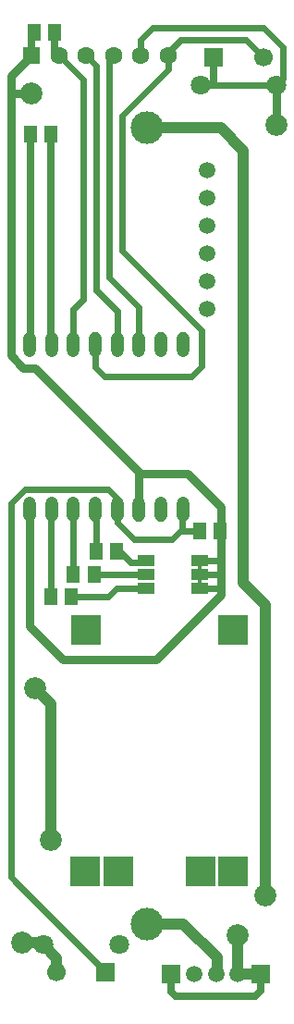
<source format=gbr>
G04 DipTrace 3.1.0.1*
G04 Bottom.gbr*
%MOIN*%
G04 #@! TF.FileFunction,Copper,L2,Bot*
G04 #@! TF.Part,Single*
%AMOUTLINE0*
4,1,20,
0.022461,0.044902,
0.021113,0.052585,
0.017218,0.059344,
0.011247,0.064364,
0.00392,0.067037,
-0.003881,0.067045,
-0.011214,0.064382,
-0.017193,0.059374,
-0.0211,0.052622,
-0.022461,0.044941,
-0.022461,0.00002,
-0.021113,-0.007664,
-0.017218,-0.014423,
-0.011247,-0.019442,
-0.00392,-0.022115,
0.003881,-0.022123,
0.011214,-0.019461,
0.017193,-0.014453,
0.0211,-0.007701,
0.022461,-0.00002,
0.022461,0.044902,
0*%
%AMOUTLINE1*
4,1,20,
-0.022461,-0.044902,
-0.021113,-0.052585,
-0.017218,-0.059344,
-0.011247,-0.064364,
-0.00392,-0.067037,
0.003881,-0.067045,
0.011214,-0.064382,
0.017193,-0.059374,
0.0211,-0.052622,
0.022461,-0.044941,
0.022461,-0.00002,
0.021113,0.007664,
0.017218,0.014423,
0.011247,0.019442,
0.00392,0.022115,
-0.003881,0.022123,
-0.011214,0.019461,
-0.017193,0.014453,
-0.0211,0.007701,
-0.022461,0.00002,
-0.022461,-0.044902,
0*%
G04 #@! TA.AperFunction,Conductor*
%ADD13C,0.023622*%
%ADD14C,0.012992*%
%ADD15C,0.031496*%
%ADD16C,0.025984*%
%ADD17C,0.03937*%
%ADD23R,0.051181X0.059055*%
G04 #@! TA.AperFunction,ComponentPad*
%ADD26R,0.062992X0.062992*%
%ADD27C,0.062992*%
%ADD28C,0.11811*%
%ADD29C,0.11811*%
%ADD30C,0.059055*%
%ADD31R,0.070866X0.070866*%
%ADD32R,0.066929X0.066929*%
%ADD33C,0.066929*%
%ADD34C,0.070866*%
%ADD37R,0.106299X0.106299*%
%ADD38R,0.059055X0.03937*%
G04 #@! TA.AperFunction,ViaPad*
%ADD39C,0.07937*%
G04 #@! TA.AperFunction,ComponentPad*
%ADD78OUTLINE0*%
%ADD79OUTLINE1*%
%FSLAX26Y26*%
G04*
G70*
G90*
G75*
G01*
G04 Bottom*
%LPD*%
X750907Y2046402D2*
D13*
Y2218787D1*
X749398Y2220297D1*
X669648Y1965143D2*
Y2219287D1*
X670657Y2220297D1*
X588390Y1883885D2*
Y2216769D1*
X591917Y2220297D1*
X744451Y1965143D2*
X930077D1*
X932828Y1962392D1*
X825710Y2046402D2*
X838211D1*
X875715Y2008898D1*
X926577D1*
X932828Y2015148D1*
X663193Y1883885D2*
X794457D1*
X825710Y1915138D1*
X931264D1*
X932828Y1913573D1*
X1125741Y1912786D2*
D14*
Y1963967D1*
Y2015148D2*
Y1963967D1*
X906878Y2220297D2*
D15*
Y2327681D1*
X1081987D1*
X1200749Y2208919D1*
Y2069675D1*
Y2015148D1*
Y1963967D1*
Y1912786D1*
Y1890135D1*
X969475Y1658861D1*
X631940D1*
X513177Y1777623D1*
Y2220297D1*
X1125741Y2015148D2*
D13*
X1200749D1*
X1125741Y1963967D2*
X1200749D1*
X1125741Y1912786D2*
X1200749D1*
X1200545Y2121409D2*
D14*
X1200749Y2069675D1*
X519428Y3834089D2*
D15*
X519685Y3834346D1*
X446772Y3761433D1*
Y3696289D1*
Y2752440D1*
X490240Y2708971D1*
X531929D1*
X906878Y2334022D1*
Y2220297D1*
X519428Y3696575D2*
X446772Y3696289D1*
X527559Y3917323D2*
D16*
X519685D1*
Y3834346D1*
X828138Y2220297D2*
D13*
Y2150235D1*
X888217Y2090156D1*
X1025731D1*
X1063235Y2127660D1*
Y2219173D1*
X1064358Y2220297D1*
X828138D2*
Y2237744D1*
X794457Y2271425D1*
X494425D1*
X444420Y2221420D1*
Y874478D1*
X787402Y531496D1*
X1125741Y2121409D2*
X1060340D1*
X1063235Y2127660D1*
X590551Y3551181D2*
D16*
Y2772844D1*
X591917Y2771478D1*
X610236Y531496D2*
D17*
Y580709D1*
X561024Y629921D1*
X1127953Y3728346D2*
D13*
X1177165D1*
X1403543D1*
X1425773Y3750576D1*
Y3865566D1*
X1357239Y3934100D1*
X956974D1*
X913129Y3890255D1*
Y3834089D1*
X1403543Y3728346D2*
D15*
Y3584646D1*
X1401575Y3582677D1*
X515748Y3551181D2*
D16*
Y2774049D1*
X513177Y2771478D1*
X484252Y637795D2*
D17*
X553150D1*
X561024Y629921D1*
X1177165Y3826772D2*
D16*
Y3728346D1*
X617853Y3834089D2*
D13*
X704724Y3747218D1*
Y2954346D1*
X670657Y2920280D1*
Y2771478D1*
X602362Y3917323D2*
D16*
Y3849580D1*
X617853Y3834089D1*
X1011554D2*
D13*
Y3782408D1*
X846457Y3617311D1*
Y3129921D1*
X1131992Y2844386D1*
Y2715222D1*
X1094488Y2677718D1*
X781955D1*
X749398Y2710276D1*
Y2771478D1*
X1354331Y3826772D2*
X1291339Y3889764D1*
X1056403D1*
X1011554Y3844915D1*
Y3834089D1*
X814703D2*
X799213D1*
Y3035500D1*
X906878Y2927835D1*
Y2771478D1*
X716278Y3834089D2*
X751969Y3798399D1*
Y2988984D1*
X828138Y2912815D1*
Y2771478D1*
X531496Y1555118D2*
D17*
X588185Y1498429D1*
Y1008793D1*
X1263780Y523622D2*
X1346457D1*
X1263780Y665354D2*
Y523622D1*
X1023622D2*
D16*
Y460630D1*
X1039370Y444882D1*
X1326772D1*
X1346457Y464567D1*
Y523622D1*
X937008Y704724D2*
D17*
X1066929D1*
X1188248Y583406D1*
Y526831D1*
X1185039Y523622D1*
X1128362Y893075D2*
D15*
X1131992Y896705D1*
X937008Y3574803D2*
D17*
X1200787D1*
X1283631Y3491959D1*
Y1935135D1*
X1363266Y1855500D1*
Y807087D1*
X1362205D1*
D39*
X519428Y3696575D3*
X588185Y1008793D3*
X531496Y1555118D3*
X1362205Y807087D3*
X1401575Y3582677D3*
X484252Y637795D3*
X1263780Y665354D3*
D26*
X519428Y3834089D3*
D27*
X617853D3*
X716278D3*
X814703D3*
X913129D3*
X1011554D3*
D78*
X513177Y2771478D3*
X591917D3*
X670657D3*
X749398D3*
X828138D3*
X906878D3*
X985618D3*
X1064358D3*
D79*
X513177Y2220297D3*
X591917D3*
X670657D3*
X749398D3*
X828138D3*
X906878D3*
X985618D3*
X1064358D3*
D28*
X937008Y704724D3*
D29*
Y3574803D3*
D23*
X663193Y1883885D3*
X588390D3*
X744451Y1965143D3*
X669648D3*
X825710Y2046402D3*
X750907D3*
X515748Y3551181D3*
X590551D3*
X1125741Y2121409D3*
X1200545D3*
X527559Y3917323D3*
X602362D3*
D30*
X1263780Y523622D3*
X1185039D3*
X1106299D3*
D31*
X1346457D3*
X1023622D3*
D32*
X787402Y531496D3*
D33*
X610236D3*
D34*
X836614Y629921D3*
X561024D3*
D32*
X1177165Y3826772D3*
D33*
X1354331D3*
D34*
X1127953Y3728346D3*
X1403543D3*
D30*
X1153543Y3421260D3*
Y3321260D3*
Y3221260D3*
Y3121260D3*
Y3021260D3*
Y2921260D3*
D37*
X1244504Y1765122D3*
X716945D3*
X713008Y893075D3*
X831118D3*
X1128362D3*
X1246472D3*
D38*
X1125741Y2015148D3*
Y1963967D3*
Y1912786D3*
X932828Y2015148D3*
Y1962392D3*
Y1913573D3*
M02*

</source>
